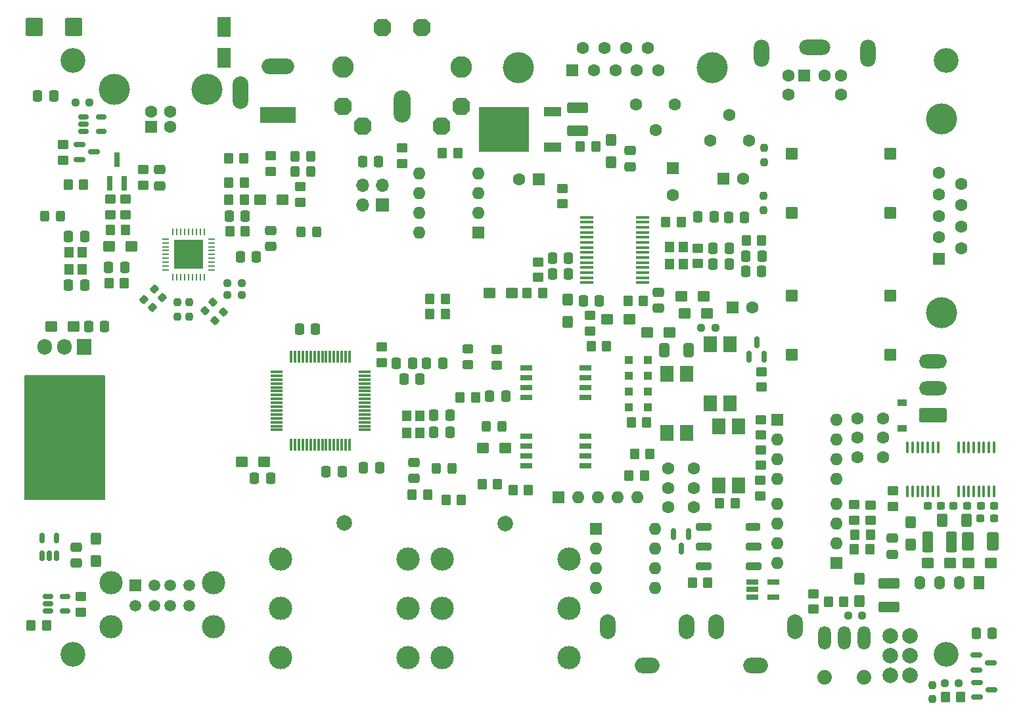
<source format=gbr>
%TF.GenerationSoftware,KiCad,Pcbnew,6.0.2+dfsg-1*%
%TF.CreationDate,2024-08-04T07:55:02+02:00*%
%TF.ProjectId,radio-usb,72616469-6f2d-4757-9362-2e6b69636164,rev?*%
%TF.SameCoordinates,Original*%
%TF.FileFunction,Soldermask,Top*%
%TF.FilePolarity,Negative*%
%FSLAX46Y46*%
G04 Gerber Fmt 4.6, Leading zero omitted, Abs format (unit mm)*
G04 Created by KiCad (PCBNEW 6.0.2+dfsg-1) date 2024-08-04 07:55:02*
%MOMM*%
%LPD*%
G01*
G04 APERTURE LIST*
G04 Aperture macros list*
%AMRoundRect*
0 Rectangle with rounded corners*
0 $1 Rounding radius*
0 $2 $3 $4 $5 $6 $7 $8 $9 X,Y pos of 4 corners*
0 Add a 4 corners polygon primitive as box body*
4,1,4,$2,$3,$4,$5,$6,$7,$8,$9,$2,$3,0*
0 Add four circle primitives for the rounded corners*
1,1,$1+$1,$2,$3*
1,1,$1+$1,$4,$5*
1,1,$1+$1,$6,$7*
1,1,$1+$1,$8,$9*
0 Add four rect primitives between the rounded corners*
20,1,$1+$1,$2,$3,$4,$5,0*
20,1,$1+$1,$4,$5,$6,$7,0*
20,1,$1+$1,$6,$7,$8,$9,0*
20,1,$1+$1,$8,$9,$2,$3,0*%
%AMFreePoly0*
4,1,25,0.555019,1.072796,0.567142,1.062442,1.062442,0.567142,1.090949,0.511194,1.092200,0.495300,1.092200,-0.495300,1.072796,-0.555019,1.062442,-0.567142,0.567142,-1.062442,0.511194,-1.090949,0.495300,-1.092200,-0.495300,-1.092200,-0.555019,-1.072796,-0.567142,-1.062442,-1.062442,-0.567142,-1.090949,-0.511194,-1.092200,-0.495300,-1.092200,0.495300,-1.072796,0.555019,-1.062442,0.567142,
-0.567142,1.062442,-0.511194,1.090949,-0.495300,1.092200,0.495300,1.092200,0.555019,1.072796,0.555019,1.072796,$1*%
G04 Aperture macros list end*
%ADD10C,0.152400*%
%ADD11RoundRect,0.250000X0.450000X-0.350000X0.450000X0.350000X-0.450000X0.350000X-0.450000X-0.350000X0*%
%ADD12C,2.000000*%
%ADD13C,3.000000*%
%ADD14RoundRect,0.250000X-0.537500X-0.425000X0.537500X-0.425000X0.537500X0.425000X-0.537500X0.425000X0*%
%ADD15RoundRect,0.250000X-0.337500X-0.475000X0.337500X-0.475000X0.337500X0.475000X-0.337500X0.475000X0*%
%ADD16R,1.800000X2.500000*%
%ADD17RoundRect,0.250001X-0.462499X-1.074999X0.462499X-1.074999X0.462499X1.074999X-0.462499X1.074999X0*%
%ADD18RoundRect,0.250000X-0.350000X-0.450000X0.350000X-0.450000X0.350000X0.450000X-0.350000X0.450000X0*%
%ADD19RoundRect,0.237500X-0.250000X-0.237500X0.250000X-0.237500X0.250000X0.237500X-0.250000X0.237500X0*%
%ADD20RoundRect,0.250000X0.450000X-0.325000X0.450000X0.325000X-0.450000X0.325000X-0.450000X-0.325000X0*%
%ADD21RoundRect,0.250000X-0.475000X0.337500X-0.475000X-0.337500X0.475000X-0.337500X0.475000X0.337500X0*%
%ADD22R,1.600000X1.600000*%
%ADD23C,1.600000*%
%ADD24C,4.000000*%
%ADD25RoundRect,0.250000X0.475000X-0.337500X0.475000X0.337500X-0.475000X0.337500X-0.475000X-0.337500X0*%
%ADD26RoundRect,0.250000X0.337500X0.475000X-0.337500X0.475000X-0.337500X-0.475000X0.337500X-0.475000X0*%
%ADD27RoundRect,0.250001X1.074999X-0.462499X1.074999X0.462499X-1.074999X0.462499X-1.074999X-0.462499X0*%
%ADD28R,1.560000X0.650000*%
%ADD29RoundRect,0.250000X-0.425000X0.537500X-0.425000X-0.537500X0.425000X-0.537500X0.425000X0.537500X0*%
%ADD30RoundRect,0.237500X-0.344715X0.008839X0.008839X-0.344715X0.344715X-0.008839X-0.008839X0.344715X0*%
%ADD31O,3.500000X3.500000*%
%ADD32R,1.905000X2.000000*%
%ADD33O,1.905000X2.000000*%
%ADD34O,2.000000X3.500000*%
%ADD35O,4.000000X2.000000*%
%ADD36O,1.600000X1.600000*%
%ADD37RoundRect,0.250000X0.325000X0.450000X-0.325000X0.450000X-0.325000X-0.450000X0.325000X-0.450000X0*%
%ADD38RoundRect,0.250001X-1.074999X0.462499X-1.074999X-0.462499X1.074999X-0.462499X1.074999X0.462499X0*%
%ADD39RoundRect,0.250000X0.537500X0.425000X-0.537500X0.425000X-0.537500X-0.425000X0.537500X-0.425000X0*%
%ADD40R,1.600000X0.760000*%
%ADD41RoundRect,0.150000X-0.587500X-0.150000X0.587500X-0.150000X0.587500X0.150000X-0.587500X0.150000X0*%
%ADD42R,1.700000X1.700000*%
%ADD43O,1.700000X1.700000*%
%ADD44R,1.000000X1.000000*%
%ADD45RoundRect,0.237500X-0.237500X0.250000X-0.237500X-0.250000X0.237500X-0.250000X0.237500X0.250000X0*%
%ADD46RoundRect,0.237500X0.008839X0.344715X-0.344715X-0.008839X-0.008839X-0.344715X0.344715X0.008839X0*%
%ADD47RoundRect,0.250000X0.350000X0.450000X-0.350000X0.450000X-0.350000X-0.450000X0.350000X-0.450000X0*%
%ADD48RoundRect,0.250000X-0.412500X-0.650000X0.412500X-0.650000X0.412500X0.650000X-0.412500X0.650000X0*%
%ADD49R,1.400000X1.800000*%
%ADD50O,1.400000X1.800000*%
%ADD51O,1.625600X3.048000*%
%ADD52C,1.879600*%
%ADD53RoundRect,0.150000X0.150000X-0.587500X0.150000X0.587500X-0.150000X0.587500X-0.150000X-0.587500X0*%
%ADD54RoundRect,0.237500X0.250000X0.237500X-0.250000X0.237500X-0.250000X-0.237500X0.250000X-0.237500X0*%
%ADD55R,1.500000X1.500000*%
%ADD56C,1.500000*%
%ADD57C,3.200000*%
%ADD58RoundRect,0.150000X-0.150000X0.587500X-0.150000X-0.587500X0.150000X-0.587500X0.150000X0.587500X0*%
%ADD59RoundRect,0.150000X0.150000X-0.512500X0.150000X0.512500X-0.150000X0.512500X-0.150000X-0.512500X0*%
%ADD60R,1.200000X0.900000*%
%ADD61RoundRect,0.250000X-0.450000X0.350000X-0.450000X-0.350000X0.450000X-0.350000X0.450000X0.350000X0*%
%ADD62RoundRect,0.237500X0.300000X0.237500X-0.300000X0.237500X-0.300000X-0.237500X0.300000X-0.237500X0*%
%ADD63R,1.200000X1.400000*%
%ADD64RoundRect,0.237500X0.237500X-0.250000X0.237500X0.250000X-0.237500X0.250000X-0.237500X-0.250000X0*%
%ADD65RoundRect,0.100000X0.100000X-0.637500X0.100000X0.637500X-0.100000X0.637500X-0.100000X-0.637500X0*%
%ADD66O,1.998980X3.197860*%
%ADD67O,3.197860X1.998980*%
%ADD68R,4.600000X2.000000*%
%ADD69O,4.200000X2.000000*%
%ADD70O,2.000000X4.200000*%
%ADD71R,1.780000X2.000000*%
%ADD72RoundRect,0.250000X-0.400000X-0.625000X0.400000X-0.625000X0.400000X0.625000X-0.400000X0.625000X0*%
%ADD73RoundRect,0.237500X-0.300000X-0.237500X0.300000X-0.237500X0.300000X0.237500X-0.300000X0.237500X0*%
%ADD74RoundRect,0.250000X0.425000X-0.537500X0.425000X0.537500X-0.425000X0.537500X-0.425000X-0.537500X0*%
%ADD75C,2.794000*%
%ADD76FreePoly0,180.000000*%
%ADD77O,2.184400X4.165600*%
%ADD78R,2.200000X1.200000*%
%ADD79R,6.400000X5.800000*%
%ADD80R,1.750000X0.450000*%
%ADD81RoundRect,0.150000X-0.512500X-0.150000X0.512500X-0.150000X0.512500X0.150000X-0.512500X0.150000X0*%
%ADD82RoundRect,0.250001X-0.499999X-0.924999X0.499999X-0.924999X0.499999X0.924999X-0.499999X0.924999X0*%
%ADD83RoundRect,0.101600X0.654000X-0.654000X0.654000X0.654000X-0.654000X0.654000X-0.654000X-0.654000X0*%
%ADD84RoundRect,0.250000X1.550000X-0.650000X1.550000X0.650000X-1.550000X0.650000X-1.550000X-0.650000X0*%
%ADD85O,3.600000X1.800000*%
%ADD86RoundRect,0.250000X-0.325000X-0.450000X0.325000X-0.450000X0.325000X0.450000X-0.325000X0.450000X0*%
%ADD87RoundRect,0.250000X0.760500X0.250000X-0.760500X0.250000X-0.760500X-0.250000X0.760500X-0.250000X0*%
%ADD88RoundRect,0.250000X0.750000X0.250000X-0.750000X0.250000X-0.750000X-0.250000X0.750000X-0.250000X0*%
%ADD89RoundRect,0.250000X0.700000X0.250000X-0.700000X0.250000X-0.700000X-0.250000X0.700000X-0.250000X0*%
%ADD90RoundRect,0.062500X0.062500X-0.350000X0.062500X0.350000X-0.062500X0.350000X-0.062500X-0.350000X0*%
%ADD91RoundRect,0.062500X0.350000X-0.062500X0.350000X0.062500X-0.350000X0.062500X-0.350000X-0.062500X0*%
%ADD92R,3.700000X3.700000*%
%ADD93R,0.800000X1.900000*%
%ADD94RoundRect,0.075000X0.700000X0.075000X-0.700000X0.075000X-0.700000X-0.075000X0.700000X-0.075000X0*%
%ADD95RoundRect,0.075000X0.075000X0.700000X-0.075000X0.700000X-0.075000X-0.700000X0.075000X-0.700000X0*%
%ADD96RoundRect,0.250000X0.875000X0.925000X-0.875000X0.925000X-0.875000X-0.925000X0.875000X-0.925000X0*%
G04 APERTURE END LIST*
D10*
X49428400Y-88798400D02*
X39192200Y-88798400D01*
X39192200Y-88798400D02*
X39192200Y-72898000D01*
X39192200Y-72898000D02*
X49403000Y-72898000D01*
X49403000Y-72898000D02*
X49428400Y-88798400D01*
G36*
X49428400Y-88798400D02*
G01*
X39192200Y-88798400D01*
X39192200Y-72898000D01*
X49403000Y-72898000D01*
X49428400Y-88798400D01*
G37*
X49428400Y-88798400D02*
X39192200Y-88798400D01*
X39192200Y-72898000D01*
X49403000Y-72898000D01*
X49428400Y-88798400D01*
D11*
%TO.C,R27*%
X134010400Y-80552800D03*
X134010400Y-78552800D03*
%TD*%
D12*
%TO.C,J12*%
X101120000Y-91920000D03*
D13*
X109320000Y-102870000D03*
X92920000Y-102870000D03*
X109320000Y-109220000D03*
X92920000Y-109220000D03*
X109320000Y-96520000D03*
X92920000Y-96520000D03*
%TD*%
D14*
%TO.C,C61*%
X114222500Y-65650000D03*
X117097500Y-65650000D03*
%TD*%
%TO.C,C38*%
X98206700Y-82219800D03*
X101081700Y-82219800D03*
%TD*%
D15*
%TO.C,C34*%
X88036400Y-73374522D03*
X90111400Y-73374522D03*
%TD*%
D16*
%TO.C,D4*%
X64846200Y-27946600D03*
X64846200Y-31946600D03*
%TD*%
D17*
%TO.C,L2*%
X155560700Y-94310200D03*
X158535700Y-94310200D03*
%TD*%
D18*
%TO.C,R34*%
X39995600Y-105054400D03*
X41995600Y-105054400D03*
%TD*%
D19*
%TO.C,R17*%
X45671100Y-37719000D03*
X47496100Y-37719000D03*
%TD*%
D20*
%TO.C,D16*%
X96266000Y-71459200D03*
X96266000Y-69409200D03*
%TD*%
D21*
%TO.C,C9*%
X70891400Y-54182100D03*
X70891400Y-56257100D03*
%TD*%
D22*
%TO.C,J2*%
X55417400Y-40848900D03*
D23*
X57917400Y-40848900D03*
X57917400Y-38848900D03*
X55417400Y-38848900D03*
D24*
X50667400Y-35988900D03*
X62667400Y-35988900D03*
%TD*%
D25*
%TO.C,C57*%
X120777000Y-64228800D03*
X120777000Y-62153800D03*
%TD*%
D26*
%TO.C,C58*%
X109217500Y-57740000D03*
X107142500Y-57740000D03*
%TD*%
D27*
%TO.C,L3*%
X150571200Y-102681100D03*
X150571200Y-99706100D03*
%TD*%
D18*
%TO.C,R10*%
X50003200Y-61010800D03*
X52003200Y-61010800D03*
%TD*%
D28*
%TO.C,U16*%
X132960000Y-99510000D03*
X132960000Y-100460000D03*
X132960000Y-101410000D03*
X135660000Y-101410000D03*
X135660000Y-99510000D03*
%TD*%
D29*
%TO.C,C42*%
X48310800Y-93914100D03*
X48310800Y-96789100D03*
%TD*%
D15*
%TO.C,C14*%
X66932900Y-57607200D03*
X69007900Y-57607200D03*
%TD*%
D11*
%TO.C,R16*%
X44145200Y-45145200D03*
X44145200Y-43145200D03*
%TD*%
D26*
%TO.C,C59*%
X109217500Y-59750000D03*
X107142500Y-59750000D03*
%TD*%
D30*
%TO.C,R46*%
X63449200Y-63423800D03*
X64739670Y-64714270D03*
%TD*%
D31*
%TO.C,U1*%
X44297600Y-85865200D03*
D32*
X46837600Y-69205200D03*
D33*
X44297600Y-69205200D03*
X41757600Y-69205200D03*
%TD*%
D22*
%TO.C,J6*%
X139649200Y-34188400D03*
D23*
X142249200Y-34188400D03*
X137549200Y-34188400D03*
X144349200Y-34188400D03*
X137549200Y-36688400D03*
X144349200Y-36688400D03*
D34*
X134099200Y-31338400D03*
X147799200Y-31338400D03*
D35*
X140949200Y-30538400D03*
%TD*%
D22*
%TO.C,U14*%
X112786000Y-92618400D03*
D36*
X112786000Y-95158400D03*
X112786000Y-97698400D03*
X112786000Y-100238400D03*
X120406000Y-100238400D03*
X120406000Y-97698400D03*
X120406000Y-95158400D03*
X120406000Y-92618400D03*
%TD*%
D18*
%TO.C,R33*%
X146167600Y-93370400D03*
X148167600Y-93370400D03*
%TD*%
D11*
%TO.C,R14*%
X50165000Y-52155600D03*
X50165000Y-50155600D03*
%TD*%
D15*
%TO.C,C51*%
X127842100Y-56464200D03*
X129917100Y-56464200D03*
%TD*%
D37*
%TO.C,L4*%
X100669200Y-79445122D03*
X98619200Y-79445122D03*
%TD*%
D14*
%TO.C,C60*%
X119362500Y-67320000D03*
X122237500Y-67320000D03*
%TD*%
D12*
%TO.C,D12*%
X153250200Y-106450700D03*
X150710200Y-106450700D03*
X153250200Y-108990700D03*
X150710200Y-108990700D03*
X153250200Y-111530700D03*
X150710200Y-111530700D03*
%TD*%
D38*
%TO.C,L5*%
X110439200Y-38390500D03*
X110439200Y-41365500D03*
%TD*%
D39*
%TO.C,C13*%
X52923300Y-56261000D03*
X50048300Y-56261000D03*
%TD*%
D14*
%TO.C,C18*%
X160792300Y-97028000D03*
X163667300Y-97028000D03*
%TD*%
D40*
%TO.C,SW5*%
X103755100Y-80664322D03*
X103755100Y-81934322D03*
X103755100Y-83204322D03*
X103755100Y-84474322D03*
X111375100Y-84474322D03*
X111375100Y-83204322D03*
X111375100Y-81934322D03*
X111375100Y-80664322D03*
%TD*%
D21*
%TO.C,C39*%
X117170200Y-43869700D03*
X117170200Y-45944700D03*
%TD*%
D14*
%TO.C,C11*%
X69504700Y-50215800D03*
X72379700Y-50215800D03*
%TD*%
D18*
%TO.C,R57*%
X91354400Y-62992000D03*
X93354400Y-62992000D03*
%TD*%
D41*
%TO.C,Q3*%
X161876500Y-112435600D03*
X161876500Y-114335600D03*
X163751500Y-113385600D03*
%TD*%
D42*
%TO.C,J5*%
X85217000Y-50876200D03*
D43*
X82677000Y-50876200D03*
X85217000Y-48336200D03*
X82677000Y-48336200D03*
%TD*%
D26*
%TO.C,C5*%
X46884500Y-54940200D03*
X44809500Y-54940200D03*
%TD*%
D11*
%TO.C,R23*%
X46380400Y-103362000D03*
X46380400Y-101362000D03*
%TD*%
D23*
%TO.C,SW7*%
X117946800Y-37958400D03*
X120446800Y-41258400D03*
X122946800Y-37958400D03*
%TD*%
D14*
%TO.C,C50*%
X124165500Y-64871600D03*
X127040500Y-64871600D03*
%TD*%
D22*
%TO.C,U11*%
X143754000Y-97043400D03*
D36*
X143754000Y-94503400D03*
X143754000Y-91963400D03*
X143754000Y-89423400D03*
X136134000Y-89423400D03*
X136134000Y-91963400D03*
X136134000Y-94503400D03*
X136134000Y-97043400D03*
%TD*%
D44*
%TO.C,D18*%
X119461600Y-72898000D03*
X116961600Y-72898000D03*
%TD*%
%TO.C,D17*%
X119461600Y-70891400D03*
X116961600Y-70891400D03*
%TD*%
D45*
%TO.C,R22*%
X58877200Y-63425700D03*
X58877200Y-65250700D03*
%TD*%
D14*
%TO.C,C54*%
X123759100Y-62661800D03*
X126634100Y-62661800D03*
%TD*%
D15*
%TO.C,C28*%
X90932000Y-71342522D03*
X93007000Y-71342522D03*
%TD*%
D11*
%TO.C,R2*%
X74650600Y-50530000D03*
X74650600Y-48530000D03*
%TD*%
D18*
%TO.C,R53*%
X110760000Y-43357800D03*
X112760000Y-43357800D03*
%TD*%
D23*
%TO.C,SW2*%
X132497200Y-42585000D03*
X129997200Y-39285000D03*
X127497200Y-42585000D03*
%TD*%
D46*
%TO.C,R30*%
X56906235Y-62829365D03*
X55615765Y-64119835D03*
%TD*%
D47*
%TO.C,R44*%
X97262100Y-75711322D03*
X95262100Y-75711322D03*
%TD*%
D48*
%TO.C,C62*%
X121587500Y-69610000D03*
X124712500Y-69610000D03*
%TD*%
D49*
%TO.C,U8*%
X162156900Y-99554700D03*
D50*
X159616900Y-99554700D03*
X157076900Y-99554700D03*
X154536900Y-99554700D03*
%TD*%
D18*
%TO.C,R51*%
X93437200Y-88925400D03*
X95437200Y-88925400D03*
%TD*%
D29*
%TO.C,C48*%
X109090000Y-63082500D03*
X109090000Y-65957500D03*
%TD*%
D51*
%TO.C,SW3*%
X147320000Y-106680000D03*
X144780000Y-106680000D03*
X142240000Y-106680000D03*
D52*
X147320000Y-111760000D03*
X142240000Y-111760000D03*
%TD*%
D11*
%TO.C,R65*%
X134010400Y-84439000D03*
X134010400Y-82439000D03*
%TD*%
D44*
%TO.C,D19*%
X119461600Y-74904600D03*
X116961600Y-74904600D03*
%TD*%
D53*
%TO.C,Q4*%
X132527000Y-70431900D03*
X134427000Y-70431900D03*
X133477000Y-68556900D03*
%TD*%
D54*
%TO.C,R35*%
X147072500Y-103780000D03*
X145247500Y-103780000D03*
%TD*%
D55*
%TO.C,J7*%
X53396000Y-99901600D03*
D56*
X55896000Y-99901600D03*
X57896000Y-99901600D03*
X60396000Y-99901600D03*
X53396000Y-102521600D03*
X55896000Y-102521600D03*
X57896000Y-102521600D03*
X60396000Y-102521600D03*
D13*
X63466000Y-99551600D03*
X50326000Y-105231600D03*
X50326000Y-99551600D03*
X63466000Y-105231600D03*
%TD*%
D21*
%TO.C,C10*%
X45770800Y-94974500D03*
X45770800Y-97049500D03*
%TD*%
D25*
%TO.C,C21*%
X150977600Y-95931900D03*
X150977600Y-93856900D03*
%TD*%
D47*
%TO.C,R80*%
X119750000Y-82960000D03*
X117750000Y-82960000D03*
%TD*%
D54*
%TO.C,R78*%
X128166500Y-66751200D03*
X126341500Y-66751200D03*
%TD*%
D24*
%TO.C,J8*%
X157272000Y-39808602D03*
X157272000Y-64808602D03*
D22*
X156972000Y-57848602D03*
D23*
X156972000Y-55078602D03*
X156972000Y-52308602D03*
X156972000Y-49538602D03*
X156972000Y-46768602D03*
X159812000Y-56463602D03*
X159812000Y-53693602D03*
X159812000Y-50923602D03*
X159812000Y-48153602D03*
%TD*%
D29*
%TO.C,C37*%
X114757200Y-42504500D03*
X114757200Y-45379500D03*
%TD*%
D18*
%TO.C,R5*%
X50181000Y-54152800D03*
X52181000Y-54152800D03*
%TD*%
D47*
%TO.C,R49*%
X100110800Y-86868000D03*
X98110800Y-86868000D03*
%TD*%
D19*
%TO.C,R43*%
X65305300Y-62484000D03*
X67130300Y-62484000D03*
%TD*%
D57*
%TO.C,H4*%
X45339000Y-32258000D03*
%TD*%
D58*
%TO.C,Q5*%
X124700000Y-93312500D03*
X122800000Y-93312500D03*
X123750000Y-95187500D03*
%TD*%
D19*
%TO.C,R42*%
X65305300Y-60960000D03*
X67130300Y-60960000D03*
%TD*%
D57*
%TO.C,H3*%
X157861000Y-32258000D03*
%TD*%
D15*
%TO.C,C52*%
X127867500Y-58496200D03*
X129942500Y-58496200D03*
%TD*%
D59*
%TO.C,U4*%
X41366400Y-96133500D03*
X42316400Y-96133500D03*
X43266400Y-96133500D03*
X43266400Y-93858500D03*
X41366400Y-93858500D03*
%TD*%
D39*
%TO.C,C49*%
X101894500Y-62230000D03*
X99019500Y-62230000D03*
%TD*%
D60*
%TO.C,D7*%
X152222200Y-79678800D03*
X152222200Y-76378800D03*
%TD*%
D41*
%TO.C,Q2*%
X161800300Y-108930400D03*
X161800300Y-110830400D03*
X163675300Y-109880400D03*
%TD*%
D18*
%TO.C,R79*%
X125200000Y-99590000D03*
X127200000Y-99590000D03*
%TD*%
D23*
%TO.C,SW1*%
X149769000Y-78373600D03*
X149769000Y-80873600D03*
X149769000Y-83373600D03*
X146469000Y-78373600D03*
X146469000Y-80873600D03*
X146469000Y-83373600D03*
%TD*%
D61*
%TO.C,R9*%
X148183600Y-89551000D03*
X148183600Y-91551000D03*
%TD*%
D62*
%TO.C,C32*%
X160577700Y-89636600D03*
X158852700Y-89636600D03*
%TD*%
D63*
%TO.C,Y1*%
X46544600Y-59189800D03*
X46544600Y-56989800D03*
X44844600Y-56989800D03*
X44844600Y-59189800D03*
%TD*%
D47*
%TO.C,R54*%
X123783600Y-53111400D03*
X121783600Y-53111400D03*
%TD*%
D26*
%TO.C,C1*%
X49475300Y-66522600D03*
X47400300Y-66522600D03*
%TD*%
D64*
%TO.C,R70*%
X134391400Y-51560100D03*
X134391400Y-49735100D03*
%TD*%
D22*
%TO.C,C63*%
X130389621Y-64084200D03*
D23*
X132889621Y-64084200D03*
%TD*%
D30*
%TO.C,R48*%
X62382400Y-64490600D03*
X63672870Y-65781070D03*
%TD*%
D65*
%TO.C,U13*%
X159497600Y-87850900D03*
X160147600Y-87850900D03*
X160797600Y-87850900D03*
X161447600Y-87850900D03*
X162097600Y-87850900D03*
X162747600Y-87850900D03*
X163397600Y-87850900D03*
X164047600Y-87850900D03*
X164047600Y-82125900D03*
X163397600Y-82125900D03*
X162747600Y-82125900D03*
X162097600Y-82125900D03*
X161447600Y-82125900D03*
X160797600Y-82125900D03*
X160147600Y-82125900D03*
X159497598Y-82125896D03*
%TD*%
D18*
%TO.C,R60*%
X116900000Y-63250000D03*
X118900000Y-63250000D03*
%TD*%
D45*
%TO.C,R24*%
X60401200Y-63425700D03*
X60401200Y-65250700D03*
%TD*%
D12*
%TO.C,J11*%
X80335000Y-91895000D03*
D13*
X88535000Y-102845000D03*
X72135000Y-102845000D03*
X88535000Y-109195000D03*
X72135000Y-109195000D03*
X88535000Y-96495000D03*
X72135000Y-96495000D03*
%TD*%
D66*
%TO.C,J10*%
X124434600Y-105222040D03*
X114325400Y-105222040D03*
D67*
X119380000Y-110220000D03*
%TD*%
D26*
%TO.C,C55*%
X134158900Y-57531000D03*
X132083900Y-57531000D03*
%TD*%
D61*
%TO.C,R38*%
X146024600Y-89500200D03*
X146024600Y-91500200D03*
%TD*%
D15*
%TO.C,C4*%
X82680900Y-45339000D03*
X84755900Y-45339000D03*
%TD*%
D68*
%TO.C,J1*%
X71770000Y-39293800D03*
D69*
X71770000Y-32993800D03*
D70*
X66970000Y-36393800D03*
%TD*%
D47*
%TO.C,R4*%
X67471800Y-50215800D03*
X65471800Y-50215800D03*
%TD*%
D18*
%TO.C,R29*%
X128720000Y-89340000D03*
X130720000Y-89340000D03*
%TD*%
D11*
%TO.C,R18*%
X87833200Y-45526200D03*
X87833200Y-43526200D03*
%TD*%
D44*
%TO.C,D20*%
X119461600Y-76936600D03*
X116961600Y-76936600D03*
%TD*%
D46*
%TO.C,R26*%
X55839435Y-61762565D03*
X54548965Y-63053035D03*
%TD*%
D47*
%TO.C,R6*%
X67573400Y-54305200D03*
X65573400Y-54305200D03*
%TD*%
%TO.C,R62*%
X105902000Y-62204600D03*
X103902000Y-62204600D03*
%TD*%
D57*
%TO.C,H2*%
X157861000Y-108788200D03*
%TD*%
D26*
%TO.C,C36*%
X101138900Y-75565000D03*
X99063900Y-75565000D03*
%TD*%
D18*
%TO.C,R1*%
X44745400Y-48260000D03*
X46745400Y-48260000D03*
%TD*%
D71*
%TO.C,U20*%
X128625600Y-87020400D03*
X131165600Y-87020400D03*
X131165600Y-79400400D03*
X128625600Y-79400400D03*
%TD*%
D72*
%TO.C,R20*%
X157428600Y-91541600D03*
X160528600Y-91541600D03*
%TD*%
D40*
%TO.C,SW4*%
X103831300Y-71901322D03*
X103831300Y-73171322D03*
X103831300Y-74441322D03*
X103831300Y-75711322D03*
X111451300Y-75711322D03*
X111451300Y-74441322D03*
X111451300Y-73171322D03*
X111451300Y-71901322D03*
%TD*%
D73*
%TO.C,C29*%
X162383300Y-89687400D03*
X164108300Y-89687400D03*
%TD*%
D74*
%TO.C,C16*%
X153365200Y-94655500D03*
X153365200Y-91780500D03*
%TD*%
D15*
%TO.C,C27*%
X125911700Y-52451000D03*
X127986700Y-52451000D03*
%TD*%
D63*
%TO.C,Y2*%
X90093800Y-78038600D03*
X90093800Y-80238600D03*
X88393800Y-80238600D03*
X88393800Y-78038600D03*
%TD*%
D11*
%TO.C,R45*%
X108483400Y-50758600D03*
X108483400Y-48758600D03*
%TD*%
D24*
%TO.C,J4*%
X127768000Y-33228000D03*
X102768000Y-33228000D03*
D22*
X109728000Y-33528000D03*
D23*
X112498000Y-33528000D03*
X115268000Y-33528000D03*
X118038000Y-33528000D03*
X120808000Y-33528000D03*
X111113000Y-30688000D03*
X113883000Y-30688000D03*
X116653000Y-30688000D03*
X119423000Y-30688000D03*
%TD*%
D11*
%TO.C,R61*%
X105283000Y-60232800D03*
X105283000Y-58232800D03*
%TD*%
D71*
%TO.C,U21*%
X127508000Y-76479400D03*
X130048000Y-76479400D03*
X130048000Y-68859400D03*
X127508000Y-68859400D03*
%TD*%
D18*
%TO.C,R32*%
X146066000Y-95275400D03*
X148066000Y-95275400D03*
%TD*%
D22*
%TO.C,RN1*%
X107951500Y-88563722D03*
D36*
X110491500Y-88563722D03*
X113031500Y-88563722D03*
X115571500Y-88563722D03*
X118111500Y-88563722D03*
%TD*%
D61*
%TO.C,R40*%
X151028400Y-87747600D03*
X151028400Y-89747600D03*
%TD*%
D75*
%TO.C,X1*%
X80137000Y-33121600D03*
X95377000Y-33121600D03*
D76*
X80137000Y-38201600D03*
D77*
X87757000Y-38201600D03*
D76*
X95377000Y-38201600D03*
X82677000Y-40741600D03*
X92837000Y-40741600D03*
X90297000Y-28041600D03*
X85217000Y-28041600D03*
%TD*%
D18*
%TO.C,R52*%
X89068400Y-88265000D03*
X91068400Y-88265000D03*
%TD*%
D23*
%TO.C,SW6*%
X125385000Y-84880000D03*
X125385000Y-87380000D03*
X125385000Y-89880000D03*
X122085000Y-84880000D03*
X122085000Y-87380000D03*
X122085000Y-89880000D03*
%TD*%
D61*
%TO.C,R15*%
X54457600Y-46345600D03*
X54457600Y-48345600D03*
%TD*%
D26*
%TO.C,C43*%
X131923700Y-52476400D03*
X129848700Y-52476400D03*
%TD*%
D20*
%TO.C,D15*%
X99999800Y-71535400D03*
X99999800Y-69485400D03*
%TD*%
D39*
%TO.C,C56*%
X69988200Y-83966322D03*
X67113200Y-83966322D03*
%TD*%
D15*
%TO.C,C35*%
X87045800Y-71342522D03*
X89120800Y-71342522D03*
%TD*%
%TO.C,C45*%
X132058500Y-59486800D03*
X134133500Y-59486800D03*
%TD*%
D22*
%TO.C,C64*%
X129221221Y-47523400D03*
D23*
X131721221Y-47523400D03*
%TD*%
D15*
%TO.C,C25*%
X82804000Y-84728322D03*
X84879000Y-84728322D03*
%TD*%
D37*
%TO.C,D6*%
X76056600Y-46609000D03*
X74006600Y-46609000D03*
%TD*%
D47*
%TO.C,R81*%
X119008400Y-85750400D03*
X117008400Y-85750400D03*
%TD*%
%TO.C,R8*%
X67421000Y-44907200D03*
X65421000Y-44907200D03*
%TD*%
%TO.C,R41*%
X159800800Y-114274600D03*
X157800800Y-114274600D03*
%TD*%
D11*
%TO.C,R31*%
X140817600Y-102981000D03*
X140817600Y-100981000D03*
%TD*%
D78*
%TO.C,U7*%
X107197000Y-43453400D03*
D79*
X100897000Y-41173400D03*
D78*
X107197000Y-38893400D03*
%TD*%
D73*
%TO.C,C33*%
X162332500Y-91287600D03*
X164057500Y-91287600D03*
%TD*%
D22*
%TO.C,C40*%
X122707400Y-46128656D03*
D23*
X122707400Y-49628656D03*
%TD*%
D11*
%TO.C,R55*%
X125919611Y-58462598D03*
X125919611Y-56462598D03*
%TD*%
D66*
%TO.C,J9*%
X128295400Y-105222040D03*
X138404600Y-105222040D03*
D67*
X133350000Y-110220000D03*
%TD*%
D22*
%TO.C,U12*%
X136154000Y-78546800D03*
D36*
X136154000Y-81086800D03*
X136154000Y-83626800D03*
X136154000Y-86166800D03*
X143774000Y-86166800D03*
X143774000Y-83626800D03*
X143774000Y-81086800D03*
X143774000Y-78546800D03*
%TD*%
D25*
%TO.C,C41*%
X89277100Y-86121422D03*
X89277100Y-84046422D03*
%TD*%
D11*
%TO.C,R3*%
X70891400Y-46567600D03*
X70891400Y-44567600D03*
%TD*%
D47*
%TO.C,R19*%
X94980000Y-44221400D03*
X92980000Y-44221400D03*
%TD*%
D64*
%TO.C,R36*%
X156108400Y-114577500D03*
X156108400Y-112752500D03*
%TD*%
D80*
%TO.C,U15*%
X111614400Y-52467800D03*
X111614400Y-53117800D03*
X111614407Y-53767812D03*
X111614407Y-54417798D03*
X111614407Y-55067810D03*
X111614407Y-55717796D03*
X111614407Y-56367807D03*
X111614400Y-57017800D03*
X111614400Y-57667800D03*
X111614400Y-58317800D03*
X111614407Y-58967802D03*
X111614400Y-59617800D03*
X111614400Y-60267800D03*
X111614400Y-60917800D03*
X118814400Y-60917800D03*
X118814400Y-60267800D03*
X118814400Y-59617800D03*
X118814393Y-58967802D03*
X118814400Y-58317800D03*
X118814400Y-57667800D03*
X118814400Y-57017800D03*
X118814393Y-56367807D03*
X118814400Y-55717800D03*
X118814400Y-55067800D03*
X118814393Y-54417798D03*
X118814393Y-53767812D03*
X118814400Y-53117800D03*
X118814393Y-52467789D03*
%TD*%
D47*
%TO.C,R7*%
X67446400Y-47980600D03*
X65446400Y-47980600D03*
%TD*%
D18*
%TO.C,R59*%
X91379800Y-64947800D03*
X93379800Y-64947800D03*
%TD*%
D26*
%TO.C,C2*%
X46884500Y-61214000D03*
X44809500Y-61214000D03*
%TD*%
D21*
%TO.C,C7*%
X56515000Y-46333500D03*
X56515000Y-48408500D03*
%TD*%
D73*
%TO.C,C24*%
X155499900Y-89636600D03*
X157224900Y-89636600D03*
%TD*%
D18*
%TO.C,R39*%
X142710000Y-102020000D03*
X144710000Y-102020000D03*
%TD*%
D81*
%TO.C,U5*%
X46741500Y-39537600D03*
X46741500Y-40487600D03*
X46741500Y-41437600D03*
X49016500Y-41437600D03*
X49016500Y-39537600D03*
%TD*%
D15*
%TO.C,C6*%
X49965700Y-58953400D03*
X52040700Y-58953400D03*
%TD*%
%TO.C,C31*%
X91871800Y-78022722D03*
X93946800Y-78022722D03*
%TD*%
D82*
%TO.C,C19*%
X160681000Y-94259400D03*
X163931000Y-94259400D03*
%TD*%
D11*
%TO.C,R28*%
X133934200Y-88376000D03*
X133934200Y-86376000D03*
%TD*%
D83*
%TO.C,U22*%
X138021593Y-44277991D03*
X138021593Y-51897991D03*
X150721593Y-44277991D03*
X150721593Y-51897991D03*
%TD*%
D65*
%TO.C,U9*%
X152939200Y-87850900D03*
X153589200Y-87850900D03*
X154239200Y-87850900D03*
X154889200Y-87850900D03*
X155539211Y-87850904D03*
X156189197Y-87850904D03*
X156839200Y-87850900D03*
X156839200Y-82125900D03*
X156189200Y-82125900D03*
X155539200Y-82125900D03*
X154889200Y-82125900D03*
X154239189Y-82125896D03*
X153589200Y-82125900D03*
X152939191Y-82125896D03*
%TD*%
D84*
%TO.C,J3*%
X156210000Y-78006092D03*
D85*
X156210000Y-74506092D03*
X156210000Y-71006092D03*
%TD*%
D86*
%TO.C,D1*%
X41697800Y-52349400D03*
X43747800Y-52349400D03*
%TD*%
D18*
%TO.C,R50*%
X102073200Y-87655400D03*
X104073200Y-87655400D03*
%TD*%
D71*
%TO.C,U18*%
X121900000Y-80270000D03*
X124440000Y-80270000D03*
X124440000Y-72650000D03*
X121900000Y-72650000D03*
%TD*%
D47*
%TO.C,R58*%
X134146800Y-55499000D03*
X132146800Y-55499000D03*
%TD*%
D18*
%TO.C,R67*%
X112150000Y-69120000D03*
X114150000Y-69120000D03*
%TD*%
D15*
%TO.C,C12*%
X65510500Y-52298600D03*
X67585500Y-52298600D03*
%TD*%
D86*
%TO.C,D5*%
X74006600Y-44602400D03*
X76056600Y-44602400D03*
%TD*%
D47*
%TO.C,R66*%
X119310000Y-78890000D03*
X117310000Y-78890000D03*
%TD*%
D14*
%TO.C,C20*%
X155534500Y-97002600D03*
X158409500Y-97002600D03*
%TD*%
D26*
%TO.C,C46*%
X113217500Y-63230000D03*
X111142500Y-63230000D03*
%TD*%
D14*
%TO.C,C8*%
X42555300Y-66522600D03*
X45430300Y-66522600D03*
%TD*%
D15*
%TO.C,C47*%
X74574400Y-66922922D03*
X76649400Y-66922922D03*
%TD*%
D61*
%TO.C,R68*%
X112020000Y-65150000D03*
X112020000Y-67150000D03*
%TD*%
D41*
%TO.C,Q1*%
X46230300Y-43119000D03*
X46230300Y-45019000D03*
X48105300Y-44069000D03*
%TD*%
D22*
%TO.C,U2*%
X97627600Y-54422200D03*
D36*
X97627600Y-51882200D03*
X97627600Y-49342200D03*
X97627600Y-46802200D03*
X90007600Y-46802200D03*
X90007600Y-49342200D03*
X90007600Y-51882200D03*
X90007600Y-54422200D03*
%TD*%
D19*
%TO.C,R37*%
X157710500Y-112522000D03*
X159535500Y-112522000D03*
%TD*%
D15*
%TO.C,C53*%
X78003400Y-85312522D03*
X80078400Y-85312522D03*
%TD*%
%TO.C,C17*%
X40821700Y-36880800D03*
X42896700Y-36880800D03*
%TD*%
D83*
%TO.C,U19*%
X138021593Y-62565991D03*
X138021593Y-70185991D03*
X150721593Y-62565991D03*
X150721593Y-70185991D03*
%TD*%
D26*
%TO.C,C22*%
X163851500Y-106095800D03*
X161776500Y-106095800D03*
%TD*%
D63*
%TO.C,Y3*%
X123989200Y-58504000D03*
X123989200Y-56304000D03*
X122289200Y-56304000D03*
X122289200Y-58504000D03*
%TD*%
D11*
%TO.C,R47*%
X85162300Y-71174122D03*
X85162300Y-69174122D03*
%TD*%
D26*
%TO.C,C26*%
X70832800Y-86125322D03*
X68757800Y-86125322D03*
%TD*%
D37*
%TO.C,L6*%
X94213700Y-84880722D03*
X92163700Y-84880722D03*
%TD*%
D57*
%TO.C,H1*%
X45339000Y-108788200D03*
%TD*%
D61*
%TO.C,R63*%
X134112000Y-72360000D03*
X134112000Y-74360000D03*
%TD*%
%TO.C,R13*%
X52146200Y-50155600D03*
X52146200Y-52155600D03*
%TD*%
D87*
%TO.C,SW8*%
X133059500Y-97423500D03*
D88*
X133070000Y-94923500D03*
D89*
X133020000Y-92423500D03*
D87*
X126680500Y-97423500D03*
X126680500Y-94923500D03*
X126680500Y-92423500D03*
%TD*%
D29*
%TO.C,C23*%
X146740000Y-99052500D03*
X146740000Y-101927500D03*
%TD*%
D90*
%TO.C,U6*%
X58274200Y-60214500D03*
X58774200Y-60214500D03*
X59274200Y-60214500D03*
X59774200Y-60214500D03*
X60274200Y-60214500D03*
X60774200Y-60214500D03*
X61274200Y-60214500D03*
X61774200Y-60214500D03*
X62274200Y-60214500D03*
D91*
X63211700Y-59277000D03*
X63211710Y-58776997D03*
X63211700Y-58277000D03*
X63211710Y-57776999D03*
X63211710Y-57277000D03*
X63211700Y-56777000D03*
X63211710Y-56277002D03*
X63211700Y-55777000D03*
X63211700Y-55277000D03*
D90*
X62274200Y-54339500D03*
X61774200Y-54339500D03*
X61274198Y-54339490D03*
X60774200Y-54339500D03*
X60274200Y-54339500D03*
X59774200Y-54339500D03*
X59274200Y-54339500D03*
X58774200Y-54339500D03*
X58274200Y-54339500D03*
D91*
X57336700Y-55277000D03*
X57336704Y-55776992D03*
X57336700Y-56277000D03*
X57336700Y-56777000D03*
X57336700Y-57277000D03*
X57336700Y-57777000D03*
X57336700Y-58277000D03*
X57336700Y-58777000D03*
X57336700Y-59277000D03*
D92*
X60274200Y-57277000D03*
%TD*%
D93*
%TO.C,U3*%
X50104000Y-48083600D03*
X52004000Y-48083600D03*
X51054000Y-45083600D03*
%TD*%
D15*
%TO.C,C30*%
X91897200Y-80232522D03*
X93972200Y-80232522D03*
%TD*%
D64*
%TO.C,R69*%
X134416800Y-45387900D03*
X134416800Y-43562900D03*
%TD*%
D81*
%TO.C,U10*%
X42118700Y-101361200D03*
X42118700Y-102311200D03*
X42118700Y-103261200D03*
X44393700Y-103261200D03*
X44393700Y-101361200D03*
%TD*%
D37*
%TO.C,L1*%
X76793200Y-54381400D03*
X74743200Y-54381400D03*
%TD*%
D94*
%TO.C,U17*%
X82937883Y-79893135D03*
X82937900Y-79393122D03*
X82937900Y-78893122D03*
X82937900Y-78393122D03*
X82937895Y-77893131D03*
X82937895Y-77393132D03*
X82937895Y-76893133D03*
X82937895Y-76393134D03*
X82937895Y-75893110D03*
X82937895Y-75393111D03*
X82937895Y-74893112D03*
X82937900Y-74393122D03*
X82937895Y-73893114D03*
X82937900Y-73393122D03*
X82937895Y-72893116D03*
X82937900Y-72393122D03*
D95*
X81012905Y-70468127D03*
X80512900Y-70468122D03*
X80012900Y-70468122D03*
X79512900Y-70468122D03*
X79012900Y-70468122D03*
X78512900Y-70468122D03*
X78012911Y-70468127D03*
X77512900Y-70468122D03*
X77012900Y-70468122D03*
X76512900Y-70468122D03*
X76012900Y-70468122D03*
X75512900Y-70468122D03*
X75012900Y-70468122D03*
X74512893Y-70468127D03*
X74012900Y-70468122D03*
X73512895Y-70468127D03*
D94*
X71587900Y-72393122D03*
X71587905Y-72893116D03*
X71587905Y-73393115D03*
X71587905Y-73893114D03*
X71587900Y-74393122D03*
X71587900Y-74893122D03*
X71587900Y-75393122D03*
X71587900Y-75893122D03*
X71587900Y-76393122D03*
X71587900Y-76893122D03*
X71587900Y-77393122D03*
X71587900Y-77893122D03*
X71587905Y-78393130D03*
X71587900Y-78893122D03*
X71587900Y-79393122D03*
X71587900Y-79893122D03*
D95*
X73512900Y-81818122D03*
X74012894Y-81818117D03*
X74512893Y-81818117D03*
X75012892Y-81818117D03*
X75512891Y-81818117D03*
X76012900Y-81818122D03*
X76512900Y-81818122D03*
X77012900Y-81818122D03*
X77512912Y-81818117D03*
X78012900Y-81818122D03*
X78512900Y-81818122D03*
X79012900Y-81818122D03*
X79512908Y-81818117D03*
X80012907Y-81818117D03*
X80512900Y-81818122D03*
X81012900Y-81818122D03*
%TD*%
D22*
%TO.C,C15*%
X105395913Y-47599600D03*
D23*
X102895913Y-47599600D03*
%TD*%
D96*
%TO.C,C3*%
X45450600Y-27965400D03*
X40350600Y-27965400D03*
%TD*%
M02*

</source>
